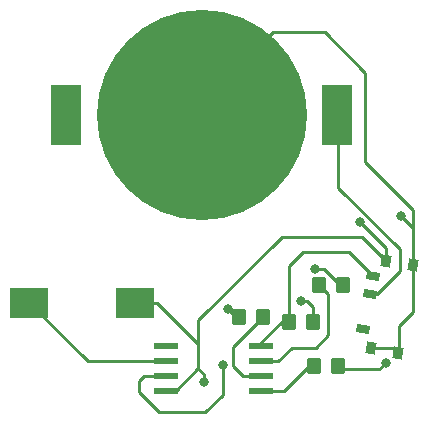
<source format=gbr>
%TF.GenerationSoftware,KiCad,Pcbnew,7.0.10*%
%TF.CreationDate,2024-01-29T00:00:28+02:00*%
%TF.ProjectId,RamenTimer_ki7,52616d65-6e54-4696-9d65-725f6b69372e,rev?*%
%TF.SameCoordinates,Original*%
%TF.FileFunction,Copper,L1,Top*%
%TF.FilePolarity,Positive*%
%FSLAX46Y46*%
G04 Gerber Fmt 4.6, Leading zero omitted, Abs format (unit mm)*
G04 Created by KiCad (PCBNEW 7.0.10) date 2024-01-29 00:00:28*
%MOMM*%
%LPD*%
G01*
G04 APERTURE LIST*
G04 Aperture macros list*
%AMRoundRect*
0 Rectangle with rounded corners*
0 $1 Rounding radius*
0 $2 $3 $4 $5 $6 $7 $8 $9 X,Y pos of 4 corners*
0 Add a 4 corners polygon primitive as box body*
4,1,4,$2,$3,$4,$5,$6,$7,$8,$9,$2,$3,0*
0 Add four circle primitives for the rounded corners*
1,1,$1+$1,$2,$3*
1,1,$1+$1,$4,$5*
1,1,$1+$1,$6,$7*
1,1,$1+$1,$8,$9*
0 Add four rect primitives between the rounded corners*
20,1,$1+$1,$2,$3,$4,$5,0*
20,1,$1+$1,$4,$5,$6,$7,0*
20,1,$1+$1,$6,$7,$8,$9,0*
20,1,$1+$1,$8,$9,$2,$3,0*%
%AMRotRect*
0 Rectangle, with rotation*
0 The origin of the aperture is its center*
0 $1 length*
0 $2 width*
0 $3 Rotation angle, in degrees counterclockwise*
0 Add horizontal line*
21,1,$1,$2,0,0,$3*%
G04 Aperture macros list end*
%TA.AperFunction,SMDPad,CuDef*%
%ADD10R,3.200000X2.500000*%
%TD*%
%TA.AperFunction,SMDPad,CuDef*%
%ADD11R,2.146300X0.533400*%
%TD*%
%TA.AperFunction,SMDPad,CuDef*%
%ADD12RotRect,1.100000X0.700000X170.000000*%
%TD*%
%TA.AperFunction,SMDPad,CuDef*%
%ADD13RotRect,1.000000X0.800000X260.000000*%
%TD*%
%TA.AperFunction,SMDPad,CuDef*%
%ADD14RoundRect,0.250000X-0.350000X-0.450000X0.350000X-0.450000X0.350000X0.450000X-0.350000X0.450000X0*%
%TD*%
%TA.AperFunction,SMDPad,CuDef*%
%ADD15RoundRect,0.250000X0.350000X0.450000X-0.350000X0.450000X-0.350000X-0.450000X0.350000X-0.450000X0*%
%TD*%
%TA.AperFunction,SMDPad,CuDef*%
%ADD16C,17.800000*%
%TD*%
%TA.AperFunction,SMDPad,CuDef*%
%ADD17R,2.500000X5.100000*%
%TD*%
%TA.AperFunction,ViaPad*%
%ADD18C,0.800000*%
%TD*%
%TA.AperFunction,Conductor*%
%ADD19C,0.250000*%
%TD*%
G04 APERTURE END LIST*
D10*
%TO.P,LS1,M*%
%TO.N,GND*%
X148120000Y-107069331D03*
%TO.P,LS1,P*%
%TO.N,Net-(U1-PB3)*%
X139120000Y-107069331D03*
%TD*%
D11*
%TO.P,U1,1,PB5*%
%TO.N,unconnected-(U1-PB5-Pad1)*%
X150721550Y-110740000D03*
%TO.P,U1,2,PB3*%
%TO.N,Net-(U1-PB3)*%
X150721550Y-112010000D03*
%TO.P,U1,3,PB4*%
%TO.N,Net-(U1-PB4)*%
X150721550Y-113280000D03*
%TO.P,U1,4,GND*%
%TO.N,GND*%
X150721550Y-114550000D03*
%TO.P,U1,5,PB0*%
%TO.N,Net-(U1-PB0)*%
X158735250Y-114550000D03*
%TO.P,U1,6,PB1*%
%TO.N,Net-(U1-PB1)*%
X158735250Y-113280000D03*
%TO.P,U1,7,PB2*%
%TO.N,Net-(U1-PB2)*%
X158735250Y-112010000D03*
%TO.P,U1,8,VCC*%
%TO.N,Net-(U1-VCC)*%
X158735250Y-110740000D03*
%TD*%
D12*
%TO.P,SW1,1*%
%TO.N,unconnected-(SW1-Pad1)*%
X167420908Y-109252627D03*
%TO.P,SW1,2*%
%TO.N,Net-(BT1-PadP1)*%
X167941852Y-106298203D03*
%TO.P,SW1,3*%
%TO.N,Net-(U1-VCC)*%
X168202325Y-104820992D03*
D13*
%TO.P,SW1,G1,GND*%
%TO.N,GND*%
X168046762Y-110886122D03*
%TO.P,SW1,G3,GND*%
X170311820Y-111285512D03*
%TO.P,SW1,G2,GND*%
X169349124Y-103500064D03*
%TO.P,SW1,G4,GND*%
X171614182Y-103899454D03*
%TD*%
D14*
%TO.P,R4,1*%
%TO.N,Net-(U1-VCC)*%
X161150000Y-108680000D03*
%TO.P,R4,2*%
%TO.N,Net-(R4-Pad2)*%
X163150000Y-108680000D03*
%TD*%
%TO.P,R3,1*%
%TO.N,Net-(U1-PB0)*%
X163230000Y-112440000D03*
%TO.P,R3,2*%
%TO.N,Net-(D3-A)*%
X165230000Y-112440000D03*
%TD*%
D15*
%TO.P,R2,2*%
%TO.N,Net-(D2-A)*%
X156880000Y-108310000D03*
%TO.P,R2,1*%
%TO.N,Net-(U1-PB1)*%
X158880000Y-108310000D03*
%TD*%
D14*
%TO.P,R1,1*%
%TO.N,Net-(U1-PB2)*%
X163700000Y-105570000D03*
%TO.P,R1,2*%
%TO.N,Net-(D1-A)*%
X165700000Y-105570000D03*
%TD*%
D16*
%TO.P,BT1,N1*%
%TO.N,GND*%
X153730000Y-91170000D03*
D17*
%TO.P,BT1,P1*%
%TO.N,Net-(BT1-PadP1)*%
X142280000Y-91170000D03*
%TO.P,BT1,P2*%
X165180000Y-91170000D03*
%TD*%
D18*
%TO.N,GND*%
X167150000Y-100230000D03*
X170610000Y-99700000D03*
%TO.N,Net-(D2-A)*%
X155965157Y-107617967D03*
%TO.N,Net-(D1-A)*%
X163310000Y-104225064D03*
%TO.N,Net-(D3-A)*%
X169350000Y-112140000D03*
%TO.N,GND*%
X153960000Y-113750000D03*
%TO.N,Net-(R4-Pad2)*%
X162150000Y-106890000D03*
%TO.N,Net-(U1-PB4)*%
X155510000Y-112360000D03*
%TD*%
D19*
%TO.N,Net-(D2-A)*%
X156657190Y-108310000D02*
X156880000Y-108310000D01*
X155965157Y-107617967D02*
X156657190Y-108310000D01*
%TO.N,Net-(U1-PB1)*%
X156410000Y-110780000D02*
X158880000Y-108310000D01*
X156410000Y-112460000D02*
X156410000Y-110780000D01*
X157230000Y-113280000D02*
X156410000Y-112460000D01*
X158436800Y-113280000D02*
X157230000Y-113280000D01*
%TO.N,Net-(U1-PB2)*%
X164430000Y-106300000D02*
X163700000Y-105570000D01*
X160190000Y-112010000D02*
X161340000Y-110860000D01*
X161340000Y-110860000D02*
X163370000Y-110860000D01*
X163370000Y-110860000D02*
X164430000Y-109800000D01*
X158436800Y-112010000D02*
X160190000Y-112010000D01*
X164430000Y-109800000D02*
X164430000Y-106300000D01*
%TO.N,Net-(U1-PB4)*%
X155510000Y-114880000D02*
X155510000Y-112360000D01*
X154040000Y-116350000D02*
X155510000Y-114880000D01*
X148410000Y-114650000D02*
X150110000Y-116350000D01*
X148820000Y-113280000D02*
X148410000Y-113690000D01*
X148410000Y-113690000D02*
X148410000Y-114650000D01*
X151020000Y-113280000D02*
X148820000Y-113280000D01*
X150110000Y-116350000D02*
X154040000Y-116350000D01*
%TO.N,Net-(D3-A)*%
X165500000Y-112710000D02*
X165230000Y-112440000D01*
X168780000Y-112710000D02*
X165500000Y-112710000D01*
X169350000Y-112140000D02*
X168780000Y-112710000D01*
%TO.N,Net-(U1-PB0)*%
X162800000Y-112440000D02*
X163230000Y-112440000D01*
X160690000Y-114550000D02*
X162800000Y-112440000D01*
X158436800Y-114550000D02*
X160690000Y-114550000D01*
%TO.N,GND*%
X167150000Y-100230000D02*
X169349124Y-102429124D01*
X169349124Y-102429124D02*
X169349124Y-103500064D01*
X171570000Y-100660000D02*
X170610000Y-99700000D01*
X171614182Y-100660000D02*
X171614182Y-99174182D01*
X171614182Y-100660000D02*
X171570000Y-100660000D01*
X171614182Y-103899454D02*
X171614182Y-100660000D01*
X169912430Y-110886122D02*
X170311820Y-111285512D01*
X168046762Y-110886122D02*
X169912430Y-110886122D01*
X170395000Y-109041906D02*
X170395000Y-111202332D01*
X170395000Y-111202332D02*
X170311820Y-111285512D01*
X171614182Y-107822724D02*
X170395000Y-109041906D01*
X171614182Y-103899454D02*
X171614182Y-107822724D01*
%TO.N,Net-(U1-VCC)*%
X162300000Y-102780000D02*
X161150000Y-103930000D01*
X166161333Y-102780000D02*
X162300000Y-102780000D01*
X161150000Y-103930000D02*
X161150000Y-108680000D01*
X168202325Y-104820992D02*
X166161333Y-102780000D01*
%TO.N,GND*%
X160500000Y-101480000D02*
X167329060Y-101480000D01*
X167329060Y-101480000D02*
X169349124Y-103500064D01*
X153449000Y-112629000D02*
X153449000Y-108531000D01*
X153449000Y-108531000D02*
X160500000Y-101480000D01*
%TO.N,Net-(D1-A)*%
X164060000Y-104180000D02*
X163310000Y-104180000D01*
X165450000Y-105570000D02*
X164060000Y-104180000D01*
X163310000Y-104180000D02*
X163310000Y-104225064D01*
X165700000Y-105570000D02*
X165450000Y-105570000D01*
%TO.N,GND*%
X153960000Y-113140000D02*
X153449000Y-112629000D01*
X153960000Y-113750000D02*
X153960000Y-113140000D01*
%TO.N,Net-(R4-Pad2)*%
X163150000Y-107410000D02*
X163150000Y-108680000D01*
X162630000Y-106890000D02*
X163150000Y-107410000D01*
X162150000Y-106890000D02*
X162630000Y-106890000D01*
%TO.N,GND*%
X149970000Y-107069331D02*
X153449000Y-110548331D01*
X148120000Y-107069331D02*
X149970000Y-107069331D01*
X153449000Y-110548331D02*
X153449000Y-112629000D01*
X151528000Y-114550000D02*
X153449000Y-112629000D01*
%TO.N,Net-(U1-PB3)*%
X144060669Y-112010000D02*
X139120000Y-107069331D01*
X151020000Y-112010000D02*
X144060669Y-112010000D01*
%TO.N,GND*%
X151020000Y-114550000D02*
X151528000Y-114550000D01*
%TO.N,Net-(U1-VCC)*%
X160496800Y-108680000D02*
X158436800Y-110740000D01*
X161150000Y-108680000D02*
X160496800Y-108680000D01*
%TO.N,GND*%
X159760000Y-84180000D02*
X153830000Y-90110000D01*
X164190000Y-84180000D02*
X159760000Y-84180000D01*
X167590000Y-87580000D02*
X164190000Y-84180000D01*
X167590000Y-95150000D02*
X167590000Y-87580000D01*
X171614182Y-99174182D02*
X167590000Y-95150000D01*
%TO.N,Net-(BT1-PadP1)*%
X170490000Y-104349794D02*
X168541591Y-106298203D01*
X170490000Y-102530000D02*
X170490000Y-104349794D01*
X165280000Y-90110000D02*
X165280000Y-97320000D01*
X165280000Y-97320000D02*
X170490000Y-102530000D01*
X168541591Y-106298203D02*
X167941852Y-106298203D01*
%TD*%
M02*

</source>
